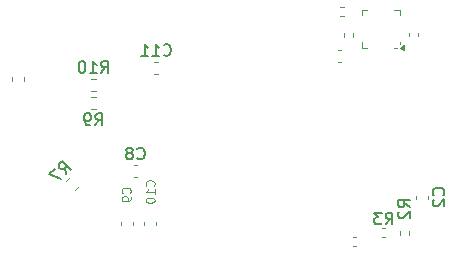
<source format=gbr>
%TF.GenerationSoftware,KiCad,Pcbnew,9.0.1-rc2-202503292320~1d443ca74c~ubuntu24.04.1*%
%TF.CreationDate,2025-04-04T23:21:44+10:00*%
%TF.ProjectId,Stormbreaker,53746f72-6d62-4726-9561-6b65722e6b69,rev?*%
%TF.SameCoordinates,Original*%
%TF.FileFunction,Legend,Bot*%
%TF.FilePolarity,Positive*%
%FSLAX46Y46*%
G04 Gerber Fmt 4.6, Leading zero omitted, Abs format (unit mm)*
G04 Created by KiCad (PCBNEW 9.0.1-rc2-202503292320~1d443ca74c~ubuntu24.04.1) date 2025-04-04 23:21:44*
%MOMM*%
%LPD*%
G01*
G04 APERTURE LIST*
%ADD10C,0.150000*%
%ADD11C,0.093750*%
%ADD12C,0.120000*%
G04 APERTURE END LIST*
D10*
X123591666Y-51384819D02*
X123924999Y-50908628D01*
X124163094Y-51384819D02*
X124163094Y-50384819D01*
X124163094Y-50384819D02*
X123782142Y-50384819D01*
X123782142Y-50384819D02*
X123686904Y-50432438D01*
X123686904Y-50432438D02*
X123639285Y-50480057D01*
X123639285Y-50480057D02*
X123591666Y-50575295D01*
X123591666Y-50575295D02*
X123591666Y-50718152D01*
X123591666Y-50718152D02*
X123639285Y-50813390D01*
X123639285Y-50813390D02*
X123686904Y-50861009D01*
X123686904Y-50861009D02*
X123782142Y-50908628D01*
X123782142Y-50908628D02*
X124163094Y-50908628D01*
X123115475Y-51384819D02*
X122924999Y-51384819D01*
X122924999Y-51384819D02*
X122829761Y-51337200D01*
X122829761Y-51337200D02*
X122782142Y-51289580D01*
X122782142Y-51289580D02*
X122686904Y-51146723D01*
X122686904Y-51146723D02*
X122639285Y-50956247D01*
X122639285Y-50956247D02*
X122639285Y-50575295D01*
X122639285Y-50575295D02*
X122686904Y-50480057D01*
X122686904Y-50480057D02*
X122734523Y-50432438D01*
X122734523Y-50432438D02*
X122829761Y-50384819D01*
X122829761Y-50384819D02*
X123020237Y-50384819D01*
X123020237Y-50384819D02*
X123115475Y-50432438D01*
X123115475Y-50432438D02*
X123163094Y-50480057D01*
X123163094Y-50480057D02*
X123210713Y-50575295D01*
X123210713Y-50575295D02*
X123210713Y-50813390D01*
X123210713Y-50813390D02*
X123163094Y-50908628D01*
X123163094Y-50908628D02*
X123115475Y-50956247D01*
X123115475Y-50956247D02*
X123020237Y-51003866D01*
X123020237Y-51003866D02*
X122829761Y-51003866D01*
X122829761Y-51003866D02*
X122734523Y-50956247D01*
X122734523Y-50956247D02*
X122686904Y-50908628D01*
X122686904Y-50908628D02*
X122639285Y-50813390D01*
D11*
X126520660Y-57124999D02*
X126556375Y-57089285D01*
X126556375Y-57089285D02*
X126592089Y-56982142D01*
X126592089Y-56982142D02*
X126592089Y-56910714D01*
X126592089Y-56910714D02*
X126556375Y-56803571D01*
X126556375Y-56803571D02*
X126484946Y-56732142D01*
X126484946Y-56732142D02*
X126413517Y-56696428D01*
X126413517Y-56696428D02*
X126270660Y-56660714D01*
X126270660Y-56660714D02*
X126163517Y-56660714D01*
X126163517Y-56660714D02*
X126020660Y-56696428D01*
X126020660Y-56696428D02*
X125949232Y-56732142D01*
X125949232Y-56732142D02*
X125877803Y-56803571D01*
X125877803Y-56803571D02*
X125842089Y-56910714D01*
X125842089Y-56910714D02*
X125842089Y-56982142D01*
X125842089Y-56982142D02*
X125877803Y-57089285D01*
X125877803Y-57089285D02*
X125913517Y-57124999D01*
X126592089Y-57482142D02*
X126592089Y-57624999D01*
X126592089Y-57624999D02*
X126556375Y-57696428D01*
X126556375Y-57696428D02*
X126520660Y-57732142D01*
X126520660Y-57732142D02*
X126413517Y-57803571D01*
X126413517Y-57803571D02*
X126270660Y-57839285D01*
X126270660Y-57839285D02*
X125984946Y-57839285D01*
X125984946Y-57839285D02*
X125913517Y-57803571D01*
X125913517Y-57803571D02*
X125877803Y-57767857D01*
X125877803Y-57767857D02*
X125842089Y-57696428D01*
X125842089Y-57696428D02*
X125842089Y-57553571D01*
X125842089Y-57553571D02*
X125877803Y-57482142D01*
X125877803Y-57482142D02*
X125913517Y-57446428D01*
X125913517Y-57446428D02*
X125984946Y-57410714D01*
X125984946Y-57410714D02*
X126163517Y-57410714D01*
X126163517Y-57410714D02*
X126234946Y-57446428D01*
X126234946Y-57446428D02*
X126270660Y-57482142D01*
X126270660Y-57482142D02*
X126306375Y-57553571D01*
X126306375Y-57553571D02*
X126306375Y-57696428D01*
X126306375Y-57696428D02*
X126270660Y-57767857D01*
X126270660Y-57767857D02*
X126234946Y-57803571D01*
X126234946Y-57803571D02*
X126163517Y-57839285D01*
D10*
X124067857Y-46954819D02*
X124401190Y-46478628D01*
X124639285Y-46954819D02*
X124639285Y-45954819D01*
X124639285Y-45954819D02*
X124258333Y-45954819D01*
X124258333Y-45954819D02*
X124163095Y-46002438D01*
X124163095Y-46002438D02*
X124115476Y-46050057D01*
X124115476Y-46050057D02*
X124067857Y-46145295D01*
X124067857Y-46145295D02*
X124067857Y-46288152D01*
X124067857Y-46288152D02*
X124115476Y-46383390D01*
X124115476Y-46383390D02*
X124163095Y-46431009D01*
X124163095Y-46431009D02*
X124258333Y-46478628D01*
X124258333Y-46478628D02*
X124639285Y-46478628D01*
X123115476Y-46954819D02*
X123686904Y-46954819D01*
X123401190Y-46954819D02*
X123401190Y-45954819D01*
X123401190Y-45954819D02*
X123496428Y-46097676D01*
X123496428Y-46097676D02*
X123591666Y-46192914D01*
X123591666Y-46192914D02*
X123686904Y-46240533D01*
X122496428Y-45954819D02*
X122401190Y-45954819D01*
X122401190Y-45954819D02*
X122305952Y-46002438D01*
X122305952Y-46002438D02*
X122258333Y-46050057D01*
X122258333Y-46050057D02*
X122210714Y-46145295D01*
X122210714Y-46145295D02*
X122163095Y-46335771D01*
X122163095Y-46335771D02*
X122163095Y-46573866D01*
X122163095Y-46573866D02*
X122210714Y-46764342D01*
X122210714Y-46764342D02*
X122258333Y-46859580D01*
X122258333Y-46859580D02*
X122305952Y-46907200D01*
X122305952Y-46907200D02*
X122401190Y-46954819D01*
X122401190Y-46954819D02*
X122496428Y-46954819D01*
X122496428Y-46954819D02*
X122591666Y-46907200D01*
X122591666Y-46907200D02*
X122639285Y-46859580D01*
X122639285Y-46859580D02*
X122686904Y-46764342D01*
X122686904Y-46764342D02*
X122734523Y-46573866D01*
X122734523Y-46573866D02*
X122734523Y-46335771D01*
X122734523Y-46335771D02*
X122686904Y-46145295D01*
X122686904Y-46145295D02*
X122639285Y-46050057D01*
X122639285Y-46050057D02*
X122591666Y-46002438D01*
X122591666Y-46002438D02*
X122496428Y-45954819D01*
X129367857Y-45429580D02*
X129415476Y-45477200D01*
X129415476Y-45477200D02*
X129558333Y-45524819D01*
X129558333Y-45524819D02*
X129653571Y-45524819D01*
X129653571Y-45524819D02*
X129796428Y-45477200D01*
X129796428Y-45477200D02*
X129891666Y-45381961D01*
X129891666Y-45381961D02*
X129939285Y-45286723D01*
X129939285Y-45286723D02*
X129986904Y-45096247D01*
X129986904Y-45096247D02*
X129986904Y-44953390D01*
X129986904Y-44953390D02*
X129939285Y-44762914D01*
X129939285Y-44762914D02*
X129891666Y-44667676D01*
X129891666Y-44667676D02*
X129796428Y-44572438D01*
X129796428Y-44572438D02*
X129653571Y-44524819D01*
X129653571Y-44524819D02*
X129558333Y-44524819D01*
X129558333Y-44524819D02*
X129415476Y-44572438D01*
X129415476Y-44572438D02*
X129367857Y-44620057D01*
X128415476Y-45524819D02*
X128986904Y-45524819D01*
X128701190Y-45524819D02*
X128701190Y-44524819D01*
X128701190Y-44524819D02*
X128796428Y-44667676D01*
X128796428Y-44667676D02*
X128891666Y-44762914D01*
X128891666Y-44762914D02*
X128986904Y-44810533D01*
X127463095Y-45524819D02*
X128034523Y-45524819D01*
X127748809Y-45524819D02*
X127748809Y-44524819D01*
X127748809Y-44524819D02*
X127844047Y-44667676D01*
X127844047Y-44667676D02*
X127939285Y-44762914D01*
X127939285Y-44762914D02*
X128034523Y-44810533D01*
X153039580Y-57308333D02*
X153087200Y-57260714D01*
X153087200Y-57260714D02*
X153134819Y-57117857D01*
X153134819Y-57117857D02*
X153134819Y-57022619D01*
X153134819Y-57022619D02*
X153087200Y-56879762D01*
X153087200Y-56879762D02*
X152991961Y-56784524D01*
X152991961Y-56784524D02*
X152896723Y-56736905D01*
X152896723Y-56736905D02*
X152706247Y-56689286D01*
X152706247Y-56689286D02*
X152563390Y-56689286D01*
X152563390Y-56689286D02*
X152372914Y-56736905D01*
X152372914Y-56736905D02*
X152277676Y-56784524D01*
X152277676Y-56784524D02*
X152182438Y-56879762D01*
X152182438Y-56879762D02*
X152134819Y-57022619D01*
X152134819Y-57022619D02*
X152134819Y-57117857D01*
X152134819Y-57117857D02*
X152182438Y-57260714D01*
X152182438Y-57260714D02*
X152230057Y-57308333D01*
X152230057Y-57689286D02*
X152182438Y-57736905D01*
X152182438Y-57736905D02*
X152134819Y-57832143D01*
X152134819Y-57832143D02*
X152134819Y-58070238D01*
X152134819Y-58070238D02*
X152182438Y-58165476D01*
X152182438Y-58165476D02*
X152230057Y-58213095D01*
X152230057Y-58213095D02*
X152325295Y-58260714D01*
X152325295Y-58260714D02*
X152420533Y-58260714D01*
X152420533Y-58260714D02*
X152563390Y-58213095D01*
X152563390Y-58213095D02*
X153134819Y-57641667D01*
X153134819Y-57641667D02*
X153134819Y-58260714D01*
D11*
X128520660Y-56517856D02*
X128556375Y-56482142D01*
X128556375Y-56482142D02*
X128592089Y-56374999D01*
X128592089Y-56374999D02*
X128592089Y-56303571D01*
X128592089Y-56303571D02*
X128556375Y-56196428D01*
X128556375Y-56196428D02*
X128484946Y-56124999D01*
X128484946Y-56124999D02*
X128413517Y-56089285D01*
X128413517Y-56089285D02*
X128270660Y-56053571D01*
X128270660Y-56053571D02*
X128163517Y-56053571D01*
X128163517Y-56053571D02*
X128020660Y-56089285D01*
X128020660Y-56089285D02*
X127949232Y-56124999D01*
X127949232Y-56124999D02*
X127877803Y-56196428D01*
X127877803Y-56196428D02*
X127842089Y-56303571D01*
X127842089Y-56303571D02*
X127842089Y-56374999D01*
X127842089Y-56374999D02*
X127877803Y-56482142D01*
X127877803Y-56482142D02*
X127913517Y-56517856D01*
X128592089Y-57232142D02*
X128592089Y-56803571D01*
X128592089Y-57017856D02*
X127842089Y-57017856D01*
X127842089Y-57017856D02*
X127949232Y-56946428D01*
X127949232Y-56946428D02*
X128020660Y-56874999D01*
X128020660Y-56874999D02*
X128056375Y-56803571D01*
X127842089Y-57696428D02*
X127842089Y-57767857D01*
X127842089Y-57767857D02*
X127877803Y-57839285D01*
X127877803Y-57839285D02*
X127913517Y-57875000D01*
X127913517Y-57875000D02*
X127984946Y-57910714D01*
X127984946Y-57910714D02*
X128127803Y-57946428D01*
X128127803Y-57946428D02*
X128306375Y-57946428D01*
X128306375Y-57946428D02*
X128449232Y-57910714D01*
X128449232Y-57910714D02*
X128520660Y-57875000D01*
X128520660Y-57875000D02*
X128556375Y-57839285D01*
X128556375Y-57839285D02*
X128592089Y-57767857D01*
X128592089Y-57767857D02*
X128592089Y-57696428D01*
X128592089Y-57696428D02*
X128556375Y-57625000D01*
X128556375Y-57625000D02*
X128520660Y-57589285D01*
X128520660Y-57589285D02*
X128449232Y-57553571D01*
X128449232Y-57553571D02*
X128306375Y-57517857D01*
X128306375Y-57517857D02*
X128127803Y-57517857D01*
X128127803Y-57517857D02*
X127984946Y-57553571D01*
X127984946Y-57553571D02*
X127913517Y-57589285D01*
X127913517Y-57589285D02*
X127877803Y-57625000D01*
X127877803Y-57625000D02*
X127842089Y-57696428D01*
D10*
X150204819Y-58313333D02*
X149728628Y-57980000D01*
X150204819Y-57741905D02*
X149204819Y-57741905D01*
X149204819Y-57741905D02*
X149204819Y-58122857D01*
X149204819Y-58122857D02*
X149252438Y-58218095D01*
X149252438Y-58218095D02*
X149300057Y-58265714D01*
X149300057Y-58265714D02*
X149395295Y-58313333D01*
X149395295Y-58313333D02*
X149538152Y-58313333D01*
X149538152Y-58313333D02*
X149633390Y-58265714D01*
X149633390Y-58265714D02*
X149681009Y-58218095D01*
X149681009Y-58218095D02*
X149728628Y-58122857D01*
X149728628Y-58122857D02*
X149728628Y-57741905D01*
X149300057Y-58694286D02*
X149252438Y-58741905D01*
X149252438Y-58741905D02*
X149204819Y-58837143D01*
X149204819Y-58837143D02*
X149204819Y-59075238D01*
X149204819Y-59075238D02*
X149252438Y-59170476D01*
X149252438Y-59170476D02*
X149300057Y-59218095D01*
X149300057Y-59218095D02*
X149395295Y-59265714D01*
X149395295Y-59265714D02*
X149490533Y-59265714D01*
X149490533Y-59265714D02*
X149633390Y-59218095D01*
X149633390Y-59218095D02*
X150204819Y-58646667D01*
X150204819Y-58646667D02*
X150204819Y-59265714D01*
X121104379Y-55535403D02*
X121003364Y-54962984D01*
X121508440Y-55131342D02*
X120801333Y-54424236D01*
X120801333Y-54424236D02*
X120531959Y-54693610D01*
X120531959Y-54693610D02*
X120498287Y-54794625D01*
X120498287Y-54794625D02*
X120498287Y-54861968D01*
X120498287Y-54861968D02*
X120531959Y-54962984D01*
X120531959Y-54962984D02*
X120632974Y-55063999D01*
X120632974Y-55063999D02*
X120733990Y-55097671D01*
X120733990Y-55097671D02*
X120801333Y-55097671D01*
X120801333Y-55097671D02*
X120902348Y-55063999D01*
X120902348Y-55063999D02*
X121171722Y-54794625D01*
X120161570Y-55063999D02*
X119690165Y-55535403D01*
X119690165Y-55535403D02*
X120700318Y-55939464D01*
X148156666Y-59784819D02*
X148489999Y-59308628D01*
X148728094Y-59784819D02*
X148728094Y-58784819D01*
X148728094Y-58784819D02*
X148347142Y-58784819D01*
X148347142Y-58784819D02*
X148251904Y-58832438D01*
X148251904Y-58832438D02*
X148204285Y-58880057D01*
X148204285Y-58880057D02*
X148156666Y-58975295D01*
X148156666Y-58975295D02*
X148156666Y-59118152D01*
X148156666Y-59118152D02*
X148204285Y-59213390D01*
X148204285Y-59213390D02*
X148251904Y-59261009D01*
X148251904Y-59261009D02*
X148347142Y-59308628D01*
X148347142Y-59308628D02*
X148728094Y-59308628D01*
X147823332Y-58784819D02*
X147204285Y-58784819D01*
X147204285Y-58784819D02*
X147537618Y-59165771D01*
X147537618Y-59165771D02*
X147394761Y-59165771D01*
X147394761Y-59165771D02*
X147299523Y-59213390D01*
X147299523Y-59213390D02*
X147251904Y-59261009D01*
X147251904Y-59261009D02*
X147204285Y-59356247D01*
X147204285Y-59356247D02*
X147204285Y-59594342D01*
X147204285Y-59594342D02*
X147251904Y-59689580D01*
X147251904Y-59689580D02*
X147299523Y-59737200D01*
X147299523Y-59737200D02*
X147394761Y-59784819D01*
X147394761Y-59784819D02*
X147680475Y-59784819D01*
X147680475Y-59784819D02*
X147775713Y-59737200D01*
X147775713Y-59737200D02*
X147823332Y-59689580D01*
X127141666Y-54179580D02*
X127189285Y-54227200D01*
X127189285Y-54227200D02*
X127332142Y-54274819D01*
X127332142Y-54274819D02*
X127427380Y-54274819D01*
X127427380Y-54274819D02*
X127570237Y-54227200D01*
X127570237Y-54227200D02*
X127665475Y-54131961D01*
X127665475Y-54131961D02*
X127713094Y-54036723D01*
X127713094Y-54036723D02*
X127760713Y-53846247D01*
X127760713Y-53846247D02*
X127760713Y-53703390D01*
X127760713Y-53703390D02*
X127713094Y-53512914D01*
X127713094Y-53512914D02*
X127665475Y-53417676D01*
X127665475Y-53417676D02*
X127570237Y-53322438D01*
X127570237Y-53322438D02*
X127427380Y-53274819D01*
X127427380Y-53274819D02*
X127332142Y-53274819D01*
X127332142Y-53274819D02*
X127189285Y-53322438D01*
X127189285Y-53322438D02*
X127141666Y-53370057D01*
X126570237Y-53703390D02*
X126665475Y-53655771D01*
X126665475Y-53655771D02*
X126713094Y-53608152D01*
X126713094Y-53608152D02*
X126760713Y-53512914D01*
X126760713Y-53512914D02*
X126760713Y-53465295D01*
X126760713Y-53465295D02*
X126713094Y-53370057D01*
X126713094Y-53370057D02*
X126665475Y-53322438D01*
X126665475Y-53322438D02*
X126570237Y-53274819D01*
X126570237Y-53274819D02*
X126379761Y-53274819D01*
X126379761Y-53274819D02*
X126284523Y-53322438D01*
X126284523Y-53322438D02*
X126236904Y-53370057D01*
X126236904Y-53370057D02*
X126189285Y-53465295D01*
X126189285Y-53465295D02*
X126189285Y-53512914D01*
X126189285Y-53512914D02*
X126236904Y-53608152D01*
X126236904Y-53608152D02*
X126284523Y-53655771D01*
X126284523Y-53655771D02*
X126379761Y-53703390D01*
X126379761Y-53703390D02*
X126570237Y-53703390D01*
X126570237Y-53703390D02*
X126665475Y-53751009D01*
X126665475Y-53751009D02*
X126713094Y-53798628D01*
X126713094Y-53798628D02*
X126760713Y-53893866D01*
X126760713Y-53893866D02*
X126760713Y-54084342D01*
X126760713Y-54084342D02*
X126713094Y-54179580D01*
X126713094Y-54179580D02*
X126665475Y-54227200D01*
X126665475Y-54227200D02*
X126570237Y-54274819D01*
X126570237Y-54274819D02*
X126379761Y-54274819D01*
X126379761Y-54274819D02*
X126284523Y-54227200D01*
X126284523Y-54227200D02*
X126236904Y-54179580D01*
X126236904Y-54179580D02*
X126189285Y-54084342D01*
X126189285Y-54084342D02*
X126189285Y-53893866D01*
X126189285Y-53893866D02*
X126236904Y-53798628D01*
X126236904Y-53798628D02*
X126284523Y-53751009D01*
X126284523Y-53751009D02*
X126379761Y-53703390D01*
D12*
%TO.C,C13*%
X116490000Y-47615581D02*
X116490000Y-47334419D01*
X117510000Y-47615581D02*
X117510000Y-47334419D01*
%TO.C,R9*%
X123187742Y-48977500D02*
X123662258Y-48977500D01*
X123187742Y-50022500D02*
X123662258Y-50022500D01*
%TO.C,C9*%
X125740000Y-59865580D02*
X125740000Y-59584420D01*
X126760000Y-59865580D02*
X126760000Y-59584420D01*
%TO.C,R10*%
X123187742Y-47477500D02*
X123662258Y-47477500D01*
X123187742Y-48522500D02*
X123662258Y-48522500D01*
%TO.C,C11*%
X128865580Y-45990000D02*
X128584420Y-45990000D01*
X128865580Y-47010000D02*
X128584420Y-47010000D01*
%TO.C,R1*%
X145356359Y-60870000D02*
X145663641Y-60870000D01*
X145356359Y-61630000D02*
X145663641Y-61630000D01*
%TO.C,C2*%
X150740000Y-57615580D02*
X150740000Y-57334420D01*
X151760000Y-57615580D02*
X151760000Y-57334420D01*
%TO.C,R12*%
X144643641Y-41370000D02*
X144336359Y-41370000D01*
X144643641Y-42130000D02*
X144336359Y-42130000D01*
%TO.C,R11*%
X150120000Y-43863641D02*
X150120000Y-43556359D01*
X150880000Y-43863641D02*
X150880000Y-43556359D01*
%TO.C,C10*%
X127740000Y-59865580D02*
X127740000Y-59584420D01*
X128760000Y-59865580D02*
X128760000Y-59584420D01*
%TO.C,R2*%
X149370000Y-60336359D02*
X149370000Y-60643641D01*
X150130000Y-60336359D02*
X150130000Y-60643641D01*
%TO.C,C15*%
X144129420Y-44990000D02*
X144410580Y-44990000D01*
X144129420Y-46010000D02*
X144410580Y-46010000D01*
%TO.C,R7*%
X121464940Y-55796133D02*
X121129407Y-56131666D01*
X122203867Y-56535060D02*
X121868334Y-56870593D01*
%TO.C,R6*%
X144620000Y-43893641D02*
X144620000Y-43586359D01*
X145380000Y-43893641D02*
X145380000Y-43586359D01*
%TO.C,R3*%
X148143641Y-60120000D02*
X147836359Y-60120000D01*
X148143641Y-60880000D02*
X147836359Y-60880000D01*
%TO.C,C8*%
X127115580Y-54740000D02*
X126834420Y-54740000D01*
X127115580Y-55760000D02*
X126834420Y-55760000D01*
%TO.C,U4*%
X146140000Y-41590000D02*
X146615000Y-41590000D01*
X146140000Y-42065000D02*
X146140000Y-41590000D01*
X146140000Y-44335000D02*
X146140000Y-44810000D01*
X146140000Y-44810000D02*
X146615000Y-44810000D01*
X148885000Y-44810000D02*
X149120000Y-44810000D01*
X149360000Y-41590000D02*
X148885000Y-41590000D01*
X149360000Y-42065000D02*
X149360000Y-41590000D01*
X149360000Y-44335000D02*
X149360000Y-44510000D01*
X149690000Y-45050000D02*
X149360000Y-44810000D01*
X149690000Y-44570000D01*
X149690000Y-45050000D01*
G36*
X149690000Y-45050000D02*
G01*
X149360000Y-44810000D01*
X149690000Y-44570000D01*
X149690000Y-45050000D01*
G37*
%TD*%
M02*

</source>
